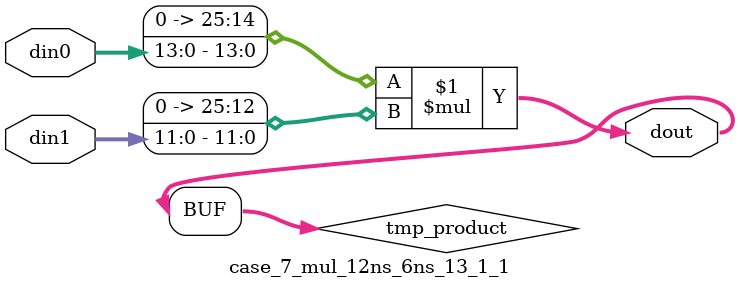
<source format=v>

`timescale 1 ns / 1 ps

 (* use_dsp = "no" *)  module case_7_mul_12ns_6ns_13_1_1(din0, din1, dout);
parameter ID = 1;
parameter NUM_STAGE = 0;
parameter din0_WIDTH = 14;
parameter din1_WIDTH = 12;
parameter dout_WIDTH = 26;

input [din0_WIDTH - 1 : 0] din0; 
input [din1_WIDTH - 1 : 0] din1; 
output [dout_WIDTH - 1 : 0] dout;

wire signed [dout_WIDTH - 1 : 0] tmp_product;
























assign tmp_product = $signed({1'b0, din0}) * $signed({1'b0, din1});











assign dout = tmp_product;





















endmodule

</source>
